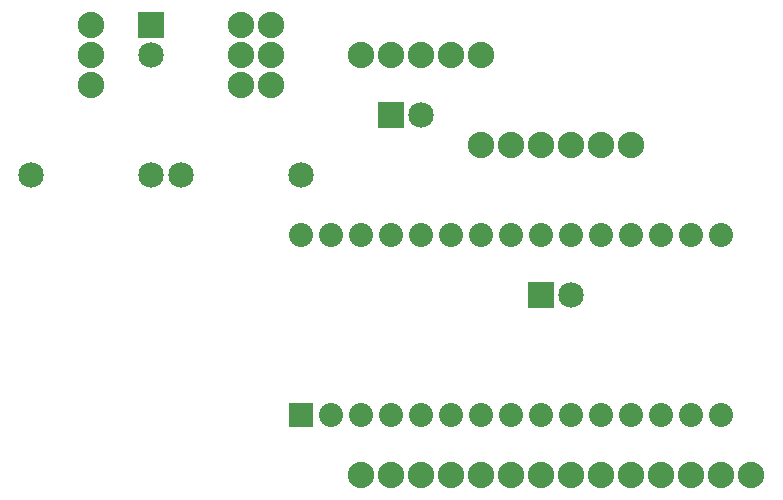
<source format=gts>
G04 MADE WITH FRITZING*
G04 WWW.FRITZING.ORG*
G04 DOUBLE SIDED*
G04 HOLES PLATED*
G04 CONTOUR ON CENTER OF CONTOUR VECTOR*
%ASAXBY*%
%FSLAX23Y23*%
%MOIN*%
%OFA0B0*%
%SFA1.0B1.0*%
%ADD10C,0.085000*%
%ADD11C,0.088000*%
%ADD12C,0.080000*%
%ADD13R,0.085000X0.085000*%
%ADD14R,0.080000X0.079972*%
%LNMASK1*%
G90*
G70*
G54D10*
X1790Y869D03*
X1890Y869D03*
G54D11*
X790Y1569D03*
X790Y1669D03*
X790Y1769D03*
X890Y1569D03*
X890Y1669D03*
X890Y1769D03*
X1590Y1369D03*
X1690Y1369D03*
X1790Y1369D03*
X1890Y1369D03*
X1990Y1369D03*
X2090Y1369D03*
X290Y1569D03*
X290Y1669D03*
X290Y1769D03*
G54D12*
X990Y469D03*
X1090Y469D03*
X1190Y469D03*
X1290Y469D03*
X1390Y469D03*
X1490Y469D03*
X1590Y469D03*
X1690Y469D03*
X1790Y469D03*
X1890Y469D03*
X1990Y469D03*
X2090Y469D03*
X2190Y469D03*
X2290Y469D03*
X2390Y469D03*
X990Y1069D03*
X1090Y1069D03*
X1190Y1069D03*
X1290Y1069D03*
X1390Y1069D03*
X1490Y1069D03*
X1590Y1069D03*
X1690Y1069D03*
X1790Y1069D03*
X1890Y1069D03*
X1990Y1069D03*
X2090Y1069D03*
X2190Y1069D03*
X2290Y1069D03*
X2390Y1069D03*
G54D10*
X90Y1269D03*
X490Y1269D03*
X590Y1269D03*
X990Y1269D03*
G54D11*
X1190Y269D03*
X1290Y269D03*
X1390Y269D03*
X1490Y269D03*
X1590Y269D03*
X1690Y269D03*
X1790Y269D03*
X1890Y269D03*
X1990Y269D03*
X2090Y269D03*
X2190Y269D03*
X2290Y269D03*
X2390Y269D03*
X2490Y269D03*
G54D10*
X1290Y1469D03*
X1390Y1469D03*
G54D11*
X1190Y1669D03*
X1290Y1669D03*
X1390Y1669D03*
X1490Y1669D03*
X1590Y1669D03*
G54D10*
X490Y1769D03*
X490Y1669D03*
G54D13*
X1790Y869D03*
G54D14*
X990Y469D03*
G54D13*
X1290Y1469D03*
X490Y1769D03*
G04 End of Mask1*
M02*
</source>
